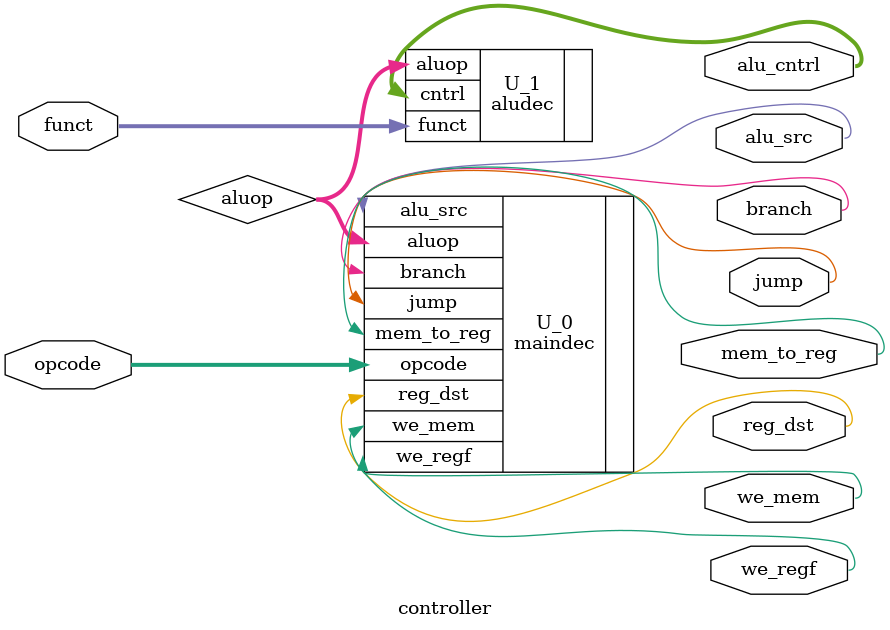
<source format=sv>

`timescale 1ns/10ps

module controller(

    input    logic   [5:0] funct, opcode,

    output   logic   we_mem, branch,
    output   logic   alu_src, mem_to_reg,
    output   logic   we_regf, reg_dst, jump,
    
    output   logic   [2:0] alu_cntrl
);
    // declare local signals
    logic [1:0] aluop; 

    // main decoder
    maindec U_0 (.opcode    (opcode),
                 .we_mem    (we_mem),
                 .branch    (branch),
                 .alu_src   (alu_src),
                 .mem_to_reg(mem_to_reg),
                 .we_regf   (we_regf),
                 .reg_dst   (reg_dst),
                 .jump      (jump),
                 .aluop     (aluop));

    // alu decoder
    aludec U_1 (.aluop (aluop),
                .funct (funct),
                .cntrl (alu_cntrl));

endmodule: controller
</source>
